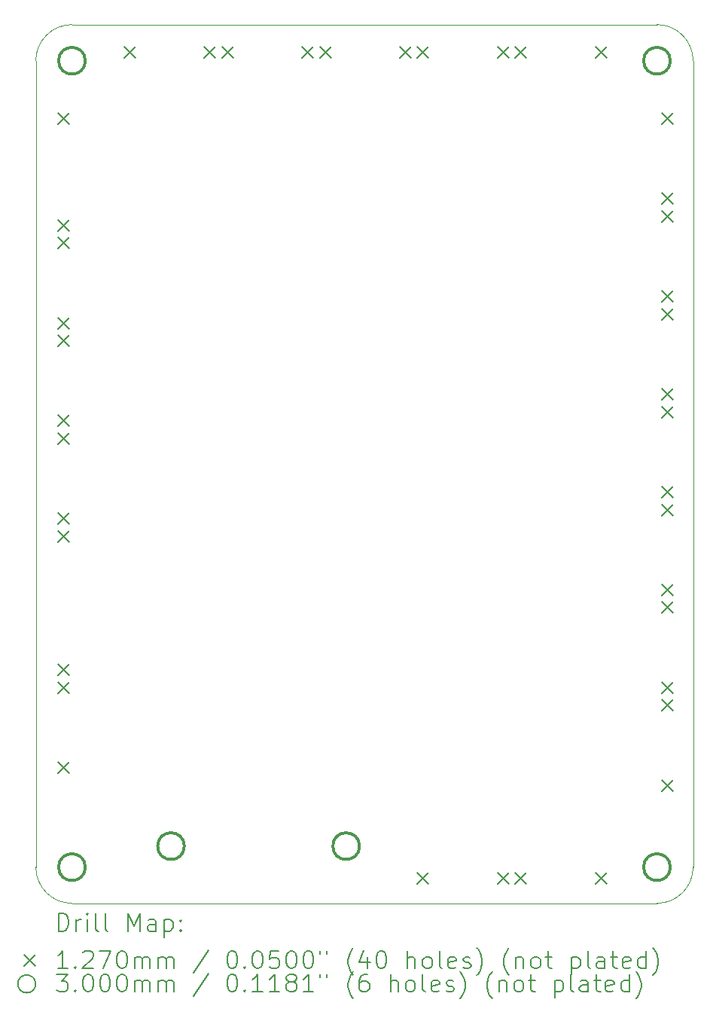
<source format=gbr>
%TF.GenerationSoftware,KiCad,Pcbnew,(6.0.7)*%
%TF.CreationDate,2023-02-02T11:52:13-06:00*%
%TF.ProjectId,Controls-LightingPCB,436f6e74-726f-46c7-932d-4c6967687469,rev?*%
%TF.SameCoordinates,Original*%
%TF.FileFunction,Drillmap*%
%TF.FilePolarity,Positive*%
%FSLAX45Y45*%
G04 Gerber Fmt 4.5, Leading zero omitted, Abs format (unit mm)*
G04 Created by KiCad (PCBNEW (6.0.7)) date 2023-02-02 11:52:13*
%MOMM*%
%LPD*%
G01*
G04 APERTURE LIST*
%ADD10C,0.050000*%
%ADD11C,0.200000*%
%ADD12C,0.127000*%
%ADD13C,0.300000*%
G04 APERTURE END LIST*
D10*
X18186400Y-4800600D02*
X18186400Y-13868400D01*
X10795000Y-13868400D02*
X10795000Y-4800600D01*
X17780000Y-14274800D02*
X11201400Y-14274800D01*
X18186400Y-4800600D02*
G75*
G03*
X17780000Y-4394200I-406400J0D01*
G01*
X11201400Y-4394200D02*
X17780000Y-4394200D01*
X17780000Y-14274800D02*
G75*
G03*
X18186400Y-13868400I0J406400D01*
G01*
X11201400Y-4394200D02*
G75*
G03*
X10795000Y-4800600I0J-406400D01*
G01*
X10795000Y-13868400D02*
G75*
G03*
X11201400Y-14274800I406400J0D01*
G01*
D11*
D12*
X11040500Y-5386500D02*
X11167500Y-5513500D01*
X11167500Y-5386500D02*
X11040500Y-5513500D01*
X11040500Y-6586500D02*
X11167500Y-6713500D01*
X11167500Y-6586500D02*
X11040500Y-6713500D01*
X11040500Y-6786500D02*
X11167500Y-6913500D01*
X11167500Y-6786500D02*
X11040500Y-6913500D01*
X11040500Y-7686500D02*
X11167500Y-7813500D01*
X11167500Y-7686500D02*
X11040500Y-7813500D01*
X11040500Y-7886500D02*
X11167500Y-8013500D01*
X11167500Y-7886500D02*
X11040500Y-8013500D01*
X11040500Y-8786500D02*
X11167500Y-8913500D01*
X11167500Y-8786500D02*
X11040500Y-8913500D01*
X11040500Y-8986500D02*
X11167500Y-9113500D01*
X11167500Y-8986500D02*
X11040500Y-9113500D01*
X11040500Y-9886500D02*
X11167500Y-10013500D01*
X11167500Y-9886500D02*
X11040500Y-10013500D01*
X11040500Y-10086500D02*
X11167500Y-10213500D01*
X11167500Y-10086500D02*
X11040500Y-10213500D01*
X11040500Y-11586500D02*
X11167500Y-11713500D01*
X11167500Y-11586500D02*
X11040500Y-11713500D01*
X11040500Y-11786500D02*
X11167500Y-11913500D01*
X11167500Y-11786500D02*
X11040500Y-11913500D01*
X11040500Y-12686500D02*
X11167500Y-12813500D01*
X11167500Y-12686500D02*
X11040500Y-12813500D01*
X11786500Y-4640500D02*
X11913500Y-4767500D01*
X11913500Y-4640500D02*
X11786500Y-4767500D01*
X12686500Y-4640500D02*
X12813500Y-4767500D01*
X12813500Y-4640500D02*
X12686500Y-4767500D01*
X12886500Y-4640500D02*
X13013500Y-4767500D01*
X13013500Y-4640500D02*
X12886500Y-4767500D01*
X13786500Y-4640500D02*
X13913500Y-4767500D01*
X13913500Y-4640500D02*
X13786500Y-4767500D01*
X13986500Y-4640500D02*
X14113500Y-4767500D01*
X14113500Y-4640500D02*
X13986500Y-4767500D01*
X14886500Y-4640500D02*
X15013500Y-4767500D01*
X15013500Y-4640500D02*
X14886500Y-4767500D01*
X15086500Y-4640500D02*
X15213500Y-4767500D01*
X15213500Y-4640500D02*
X15086500Y-4767500D01*
X15086500Y-13932500D02*
X15213500Y-14059500D01*
X15213500Y-13932500D02*
X15086500Y-14059500D01*
X15986500Y-4640500D02*
X16113500Y-4767500D01*
X16113500Y-4640500D02*
X15986500Y-4767500D01*
X15986500Y-13932500D02*
X16113500Y-14059500D01*
X16113500Y-13932500D02*
X15986500Y-14059500D01*
X16186500Y-4640500D02*
X16313500Y-4767500D01*
X16313500Y-4640500D02*
X16186500Y-4767500D01*
X16186500Y-13932500D02*
X16313500Y-14059500D01*
X16313500Y-13932500D02*
X16186500Y-14059500D01*
X17086500Y-4640500D02*
X17213500Y-4767500D01*
X17213500Y-4640500D02*
X17086500Y-4767500D01*
X17086500Y-13932500D02*
X17213500Y-14059500D01*
X17213500Y-13932500D02*
X17086500Y-14059500D01*
X17832500Y-5386500D02*
X17959500Y-5513500D01*
X17959500Y-5386500D02*
X17832500Y-5513500D01*
X17832500Y-6286500D02*
X17959500Y-6413500D01*
X17959500Y-6286500D02*
X17832500Y-6413500D01*
X17832500Y-6486500D02*
X17959500Y-6613500D01*
X17959500Y-6486500D02*
X17832500Y-6613500D01*
X17832500Y-7386500D02*
X17959500Y-7513500D01*
X17959500Y-7386500D02*
X17832500Y-7513500D01*
X17832500Y-7586500D02*
X17959500Y-7713500D01*
X17959500Y-7586500D02*
X17832500Y-7713500D01*
X17832500Y-8486500D02*
X17959500Y-8613500D01*
X17959500Y-8486500D02*
X17832500Y-8613500D01*
X17832500Y-8686500D02*
X17959500Y-8813500D01*
X17959500Y-8686500D02*
X17832500Y-8813500D01*
X17832500Y-9586500D02*
X17959500Y-9713500D01*
X17959500Y-9586500D02*
X17832500Y-9713500D01*
X17832500Y-9786500D02*
X17959500Y-9913500D01*
X17959500Y-9786500D02*
X17832500Y-9913500D01*
X17832500Y-10686500D02*
X17959500Y-10813500D01*
X17959500Y-10686500D02*
X17832500Y-10813500D01*
X17832500Y-10886500D02*
X17959500Y-11013500D01*
X17959500Y-10886500D02*
X17832500Y-11013500D01*
X17832500Y-11786500D02*
X17959500Y-11913500D01*
X17959500Y-11786500D02*
X17832500Y-11913500D01*
X17832500Y-11986500D02*
X17959500Y-12113500D01*
X17959500Y-11986500D02*
X17832500Y-12113500D01*
X17832500Y-12886500D02*
X17959500Y-13013500D01*
X17959500Y-12886500D02*
X17832500Y-13013500D01*
D13*
X11351400Y-4800600D02*
G75*
G03*
X11351400Y-4800600I-150000J0D01*
G01*
X11351400Y-13868400D02*
G75*
G03*
X11351400Y-13868400I-150000J0D01*
G01*
X12465000Y-13632000D02*
G75*
G03*
X12465000Y-13632000I-150000J0D01*
G01*
X14435000Y-13632000D02*
G75*
G03*
X14435000Y-13632000I-150000J0D01*
G01*
X17930000Y-4800600D02*
G75*
G03*
X17930000Y-4800600I-150000J0D01*
G01*
X17930000Y-13868400D02*
G75*
G03*
X17930000Y-13868400I-150000J0D01*
G01*
D11*
X11050119Y-14587776D02*
X11050119Y-14387776D01*
X11097738Y-14387776D01*
X11126310Y-14397300D01*
X11145357Y-14416348D01*
X11154881Y-14435395D01*
X11164405Y-14473490D01*
X11164405Y-14502062D01*
X11154881Y-14540157D01*
X11145357Y-14559205D01*
X11126310Y-14578252D01*
X11097738Y-14587776D01*
X11050119Y-14587776D01*
X11250119Y-14587776D02*
X11250119Y-14454443D01*
X11250119Y-14492538D02*
X11259643Y-14473490D01*
X11269167Y-14463967D01*
X11288214Y-14454443D01*
X11307262Y-14454443D01*
X11373928Y-14587776D02*
X11373928Y-14454443D01*
X11373928Y-14387776D02*
X11364405Y-14397300D01*
X11373928Y-14406824D01*
X11383452Y-14397300D01*
X11373928Y-14387776D01*
X11373928Y-14406824D01*
X11497738Y-14587776D02*
X11478690Y-14578252D01*
X11469167Y-14559205D01*
X11469167Y-14387776D01*
X11602500Y-14587776D02*
X11583452Y-14578252D01*
X11573928Y-14559205D01*
X11573928Y-14387776D01*
X11831071Y-14587776D02*
X11831071Y-14387776D01*
X11897738Y-14530633D01*
X11964405Y-14387776D01*
X11964405Y-14587776D01*
X12145357Y-14587776D02*
X12145357Y-14483014D01*
X12135833Y-14463967D01*
X12116786Y-14454443D01*
X12078690Y-14454443D01*
X12059643Y-14463967D01*
X12145357Y-14578252D02*
X12126309Y-14587776D01*
X12078690Y-14587776D01*
X12059643Y-14578252D01*
X12050119Y-14559205D01*
X12050119Y-14540157D01*
X12059643Y-14521109D01*
X12078690Y-14511586D01*
X12126309Y-14511586D01*
X12145357Y-14502062D01*
X12240595Y-14454443D02*
X12240595Y-14654443D01*
X12240595Y-14463967D02*
X12259643Y-14454443D01*
X12297738Y-14454443D01*
X12316786Y-14463967D01*
X12326309Y-14473490D01*
X12335833Y-14492538D01*
X12335833Y-14549681D01*
X12326309Y-14568728D01*
X12316786Y-14578252D01*
X12297738Y-14587776D01*
X12259643Y-14587776D01*
X12240595Y-14578252D01*
X12421548Y-14568728D02*
X12431071Y-14578252D01*
X12421548Y-14587776D01*
X12412024Y-14578252D01*
X12421548Y-14568728D01*
X12421548Y-14587776D01*
X12421548Y-14463967D02*
X12431071Y-14473490D01*
X12421548Y-14483014D01*
X12412024Y-14473490D01*
X12421548Y-14463967D01*
X12421548Y-14483014D01*
D12*
X10665500Y-14853800D02*
X10792500Y-14980800D01*
X10792500Y-14853800D02*
X10665500Y-14980800D01*
D11*
X11154881Y-15007776D02*
X11040595Y-15007776D01*
X11097738Y-15007776D02*
X11097738Y-14807776D01*
X11078690Y-14836348D01*
X11059643Y-14855395D01*
X11040595Y-14864919D01*
X11240595Y-14988728D02*
X11250119Y-14998252D01*
X11240595Y-15007776D01*
X11231071Y-14998252D01*
X11240595Y-14988728D01*
X11240595Y-15007776D01*
X11326309Y-14826824D02*
X11335833Y-14817300D01*
X11354881Y-14807776D01*
X11402500Y-14807776D01*
X11421548Y-14817300D01*
X11431071Y-14826824D01*
X11440595Y-14845871D01*
X11440595Y-14864919D01*
X11431071Y-14893490D01*
X11316786Y-15007776D01*
X11440595Y-15007776D01*
X11507262Y-14807776D02*
X11640595Y-14807776D01*
X11554881Y-15007776D01*
X11754881Y-14807776D02*
X11773928Y-14807776D01*
X11792976Y-14817300D01*
X11802500Y-14826824D01*
X11812024Y-14845871D01*
X11821548Y-14883967D01*
X11821548Y-14931586D01*
X11812024Y-14969681D01*
X11802500Y-14988728D01*
X11792976Y-14998252D01*
X11773928Y-15007776D01*
X11754881Y-15007776D01*
X11735833Y-14998252D01*
X11726309Y-14988728D01*
X11716786Y-14969681D01*
X11707262Y-14931586D01*
X11707262Y-14883967D01*
X11716786Y-14845871D01*
X11726309Y-14826824D01*
X11735833Y-14817300D01*
X11754881Y-14807776D01*
X11907262Y-15007776D02*
X11907262Y-14874443D01*
X11907262Y-14893490D02*
X11916786Y-14883967D01*
X11935833Y-14874443D01*
X11964405Y-14874443D01*
X11983452Y-14883967D01*
X11992976Y-14903014D01*
X11992976Y-15007776D01*
X11992976Y-14903014D02*
X12002500Y-14883967D01*
X12021548Y-14874443D01*
X12050119Y-14874443D01*
X12069167Y-14883967D01*
X12078690Y-14903014D01*
X12078690Y-15007776D01*
X12173928Y-15007776D02*
X12173928Y-14874443D01*
X12173928Y-14893490D02*
X12183452Y-14883967D01*
X12202500Y-14874443D01*
X12231071Y-14874443D01*
X12250119Y-14883967D01*
X12259643Y-14903014D01*
X12259643Y-15007776D01*
X12259643Y-14903014D02*
X12269167Y-14883967D01*
X12288214Y-14874443D01*
X12316786Y-14874443D01*
X12335833Y-14883967D01*
X12345357Y-14903014D01*
X12345357Y-15007776D01*
X12735833Y-14798252D02*
X12564405Y-15055395D01*
X12992976Y-14807776D02*
X13012024Y-14807776D01*
X13031071Y-14817300D01*
X13040595Y-14826824D01*
X13050119Y-14845871D01*
X13059643Y-14883967D01*
X13059643Y-14931586D01*
X13050119Y-14969681D01*
X13040595Y-14988728D01*
X13031071Y-14998252D01*
X13012024Y-15007776D01*
X12992976Y-15007776D01*
X12973928Y-14998252D01*
X12964405Y-14988728D01*
X12954881Y-14969681D01*
X12945357Y-14931586D01*
X12945357Y-14883967D01*
X12954881Y-14845871D01*
X12964405Y-14826824D01*
X12973928Y-14817300D01*
X12992976Y-14807776D01*
X13145357Y-14988728D02*
X13154881Y-14998252D01*
X13145357Y-15007776D01*
X13135833Y-14998252D01*
X13145357Y-14988728D01*
X13145357Y-15007776D01*
X13278690Y-14807776D02*
X13297738Y-14807776D01*
X13316786Y-14817300D01*
X13326309Y-14826824D01*
X13335833Y-14845871D01*
X13345357Y-14883967D01*
X13345357Y-14931586D01*
X13335833Y-14969681D01*
X13326309Y-14988728D01*
X13316786Y-14998252D01*
X13297738Y-15007776D01*
X13278690Y-15007776D01*
X13259643Y-14998252D01*
X13250119Y-14988728D01*
X13240595Y-14969681D01*
X13231071Y-14931586D01*
X13231071Y-14883967D01*
X13240595Y-14845871D01*
X13250119Y-14826824D01*
X13259643Y-14817300D01*
X13278690Y-14807776D01*
X13526309Y-14807776D02*
X13431071Y-14807776D01*
X13421548Y-14903014D01*
X13431071Y-14893490D01*
X13450119Y-14883967D01*
X13497738Y-14883967D01*
X13516786Y-14893490D01*
X13526309Y-14903014D01*
X13535833Y-14922062D01*
X13535833Y-14969681D01*
X13526309Y-14988728D01*
X13516786Y-14998252D01*
X13497738Y-15007776D01*
X13450119Y-15007776D01*
X13431071Y-14998252D01*
X13421548Y-14988728D01*
X13659643Y-14807776D02*
X13678690Y-14807776D01*
X13697738Y-14817300D01*
X13707262Y-14826824D01*
X13716786Y-14845871D01*
X13726309Y-14883967D01*
X13726309Y-14931586D01*
X13716786Y-14969681D01*
X13707262Y-14988728D01*
X13697738Y-14998252D01*
X13678690Y-15007776D01*
X13659643Y-15007776D01*
X13640595Y-14998252D01*
X13631071Y-14988728D01*
X13621548Y-14969681D01*
X13612024Y-14931586D01*
X13612024Y-14883967D01*
X13621548Y-14845871D01*
X13631071Y-14826824D01*
X13640595Y-14817300D01*
X13659643Y-14807776D01*
X13850119Y-14807776D02*
X13869167Y-14807776D01*
X13888214Y-14817300D01*
X13897738Y-14826824D01*
X13907262Y-14845871D01*
X13916786Y-14883967D01*
X13916786Y-14931586D01*
X13907262Y-14969681D01*
X13897738Y-14988728D01*
X13888214Y-14998252D01*
X13869167Y-15007776D01*
X13850119Y-15007776D01*
X13831071Y-14998252D01*
X13821548Y-14988728D01*
X13812024Y-14969681D01*
X13802500Y-14931586D01*
X13802500Y-14883967D01*
X13812024Y-14845871D01*
X13821548Y-14826824D01*
X13831071Y-14817300D01*
X13850119Y-14807776D01*
X13992976Y-14807776D02*
X13992976Y-14845871D01*
X14069167Y-14807776D02*
X14069167Y-14845871D01*
X14364405Y-15083967D02*
X14354881Y-15074443D01*
X14335833Y-15045871D01*
X14326309Y-15026824D01*
X14316786Y-14998252D01*
X14307262Y-14950633D01*
X14307262Y-14912538D01*
X14316786Y-14864919D01*
X14326309Y-14836348D01*
X14335833Y-14817300D01*
X14354881Y-14788728D01*
X14364405Y-14779205D01*
X14526309Y-14874443D02*
X14526309Y-15007776D01*
X14478690Y-14798252D02*
X14431071Y-14941109D01*
X14554881Y-14941109D01*
X14669167Y-14807776D02*
X14688214Y-14807776D01*
X14707262Y-14817300D01*
X14716786Y-14826824D01*
X14726309Y-14845871D01*
X14735833Y-14883967D01*
X14735833Y-14931586D01*
X14726309Y-14969681D01*
X14716786Y-14988728D01*
X14707262Y-14998252D01*
X14688214Y-15007776D01*
X14669167Y-15007776D01*
X14650119Y-14998252D01*
X14640595Y-14988728D01*
X14631071Y-14969681D01*
X14621548Y-14931586D01*
X14621548Y-14883967D01*
X14631071Y-14845871D01*
X14640595Y-14826824D01*
X14650119Y-14817300D01*
X14669167Y-14807776D01*
X14973928Y-15007776D02*
X14973928Y-14807776D01*
X15059643Y-15007776D02*
X15059643Y-14903014D01*
X15050119Y-14883967D01*
X15031071Y-14874443D01*
X15002500Y-14874443D01*
X14983452Y-14883967D01*
X14973928Y-14893490D01*
X15183452Y-15007776D02*
X15164405Y-14998252D01*
X15154881Y-14988728D01*
X15145357Y-14969681D01*
X15145357Y-14912538D01*
X15154881Y-14893490D01*
X15164405Y-14883967D01*
X15183452Y-14874443D01*
X15212024Y-14874443D01*
X15231071Y-14883967D01*
X15240595Y-14893490D01*
X15250119Y-14912538D01*
X15250119Y-14969681D01*
X15240595Y-14988728D01*
X15231071Y-14998252D01*
X15212024Y-15007776D01*
X15183452Y-15007776D01*
X15364405Y-15007776D02*
X15345357Y-14998252D01*
X15335833Y-14979205D01*
X15335833Y-14807776D01*
X15516786Y-14998252D02*
X15497738Y-15007776D01*
X15459643Y-15007776D01*
X15440595Y-14998252D01*
X15431071Y-14979205D01*
X15431071Y-14903014D01*
X15440595Y-14883967D01*
X15459643Y-14874443D01*
X15497738Y-14874443D01*
X15516786Y-14883967D01*
X15526309Y-14903014D01*
X15526309Y-14922062D01*
X15431071Y-14941109D01*
X15602500Y-14998252D02*
X15621548Y-15007776D01*
X15659643Y-15007776D01*
X15678690Y-14998252D01*
X15688214Y-14979205D01*
X15688214Y-14969681D01*
X15678690Y-14950633D01*
X15659643Y-14941109D01*
X15631071Y-14941109D01*
X15612024Y-14931586D01*
X15602500Y-14912538D01*
X15602500Y-14903014D01*
X15612024Y-14883967D01*
X15631071Y-14874443D01*
X15659643Y-14874443D01*
X15678690Y-14883967D01*
X15754881Y-15083967D02*
X15764405Y-15074443D01*
X15783452Y-15045871D01*
X15792976Y-15026824D01*
X15802500Y-14998252D01*
X15812024Y-14950633D01*
X15812024Y-14912538D01*
X15802500Y-14864919D01*
X15792976Y-14836348D01*
X15783452Y-14817300D01*
X15764405Y-14788728D01*
X15754881Y-14779205D01*
X16116786Y-15083967D02*
X16107262Y-15074443D01*
X16088214Y-15045871D01*
X16078690Y-15026824D01*
X16069167Y-14998252D01*
X16059643Y-14950633D01*
X16059643Y-14912538D01*
X16069167Y-14864919D01*
X16078690Y-14836348D01*
X16088214Y-14817300D01*
X16107262Y-14788728D01*
X16116786Y-14779205D01*
X16192976Y-14874443D02*
X16192976Y-15007776D01*
X16192976Y-14893490D02*
X16202500Y-14883967D01*
X16221548Y-14874443D01*
X16250119Y-14874443D01*
X16269167Y-14883967D01*
X16278690Y-14903014D01*
X16278690Y-15007776D01*
X16402500Y-15007776D02*
X16383452Y-14998252D01*
X16373928Y-14988728D01*
X16364405Y-14969681D01*
X16364405Y-14912538D01*
X16373928Y-14893490D01*
X16383452Y-14883967D01*
X16402500Y-14874443D01*
X16431071Y-14874443D01*
X16450119Y-14883967D01*
X16459643Y-14893490D01*
X16469167Y-14912538D01*
X16469167Y-14969681D01*
X16459643Y-14988728D01*
X16450119Y-14998252D01*
X16431071Y-15007776D01*
X16402500Y-15007776D01*
X16526309Y-14874443D02*
X16602500Y-14874443D01*
X16554881Y-14807776D02*
X16554881Y-14979205D01*
X16564405Y-14998252D01*
X16583452Y-15007776D01*
X16602500Y-15007776D01*
X16821548Y-14874443D02*
X16821548Y-15074443D01*
X16821548Y-14883967D02*
X16840595Y-14874443D01*
X16878690Y-14874443D01*
X16897738Y-14883967D01*
X16907262Y-14893490D01*
X16916786Y-14912538D01*
X16916786Y-14969681D01*
X16907262Y-14988728D01*
X16897738Y-14998252D01*
X16878690Y-15007776D01*
X16840595Y-15007776D01*
X16821548Y-14998252D01*
X17031071Y-15007776D02*
X17012024Y-14998252D01*
X17002500Y-14979205D01*
X17002500Y-14807776D01*
X17192976Y-15007776D02*
X17192976Y-14903014D01*
X17183452Y-14883967D01*
X17164405Y-14874443D01*
X17126310Y-14874443D01*
X17107262Y-14883967D01*
X17192976Y-14998252D02*
X17173929Y-15007776D01*
X17126310Y-15007776D01*
X17107262Y-14998252D01*
X17097738Y-14979205D01*
X17097738Y-14960157D01*
X17107262Y-14941109D01*
X17126310Y-14931586D01*
X17173929Y-14931586D01*
X17192976Y-14922062D01*
X17259643Y-14874443D02*
X17335833Y-14874443D01*
X17288214Y-14807776D02*
X17288214Y-14979205D01*
X17297738Y-14998252D01*
X17316786Y-15007776D01*
X17335833Y-15007776D01*
X17478690Y-14998252D02*
X17459643Y-15007776D01*
X17421548Y-15007776D01*
X17402500Y-14998252D01*
X17392976Y-14979205D01*
X17392976Y-14903014D01*
X17402500Y-14883967D01*
X17421548Y-14874443D01*
X17459643Y-14874443D01*
X17478690Y-14883967D01*
X17488214Y-14903014D01*
X17488214Y-14922062D01*
X17392976Y-14941109D01*
X17659643Y-15007776D02*
X17659643Y-14807776D01*
X17659643Y-14998252D02*
X17640595Y-15007776D01*
X17602500Y-15007776D01*
X17583452Y-14998252D01*
X17573929Y-14988728D01*
X17564405Y-14969681D01*
X17564405Y-14912538D01*
X17573929Y-14893490D01*
X17583452Y-14883967D01*
X17602500Y-14874443D01*
X17640595Y-14874443D01*
X17659643Y-14883967D01*
X17735833Y-15083967D02*
X17745357Y-15074443D01*
X17764405Y-15045871D01*
X17773929Y-15026824D01*
X17783452Y-14998252D01*
X17792976Y-14950633D01*
X17792976Y-14912538D01*
X17783452Y-14864919D01*
X17773929Y-14836348D01*
X17764405Y-14817300D01*
X17745357Y-14788728D01*
X17735833Y-14779205D01*
X10792500Y-15181300D02*
G75*
G03*
X10792500Y-15181300I-100000J0D01*
G01*
X11031071Y-15071776D02*
X11154881Y-15071776D01*
X11088214Y-15147967D01*
X11116786Y-15147967D01*
X11135833Y-15157490D01*
X11145357Y-15167014D01*
X11154881Y-15186062D01*
X11154881Y-15233681D01*
X11145357Y-15252728D01*
X11135833Y-15262252D01*
X11116786Y-15271776D01*
X11059643Y-15271776D01*
X11040595Y-15262252D01*
X11031071Y-15252728D01*
X11240595Y-15252728D02*
X11250119Y-15262252D01*
X11240595Y-15271776D01*
X11231071Y-15262252D01*
X11240595Y-15252728D01*
X11240595Y-15271776D01*
X11373928Y-15071776D02*
X11392976Y-15071776D01*
X11412024Y-15081300D01*
X11421548Y-15090824D01*
X11431071Y-15109871D01*
X11440595Y-15147967D01*
X11440595Y-15195586D01*
X11431071Y-15233681D01*
X11421548Y-15252728D01*
X11412024Y-15262252D01*
X11392976Y-15271776D01*
X11373928Y-15271776D01*
X11354881Y-15262252D01*
X11345357Y-15252728D01*
X11335833Y-15233681D01*
X11326309Y-15195586D01*
X11326309Y-15147967D01*
X11335833Y-15109871D01*
X11345357Y-15090824D01*
X11354881Y-15081300D01*
X11373928Y-15071776D01*
X11564405Y-15071776D02*
X11583452Y-15071776D01*
X11602500Y-15081300D01*
X11612024Y-15090824D01*
X11621548Y-15109871D01*
X11631071Y-15147967D01*
X11631071Y-15195586D01*
X11621548Y-15233681D01*
X11612024Y-15252728D01*
X11602500Y-15262252D01*
X11583452Y-15271776D01*
X11564405Y-15271776D01*
X11545357Y-15262252D01*
X11535833Y-15252728D01*
X11526309Y-15233681D01*
X11516786Y-15195586D01*
X11516786Y-15147967D01*
X11526309Y-15109871D01*
X11535833Y-15090824D01*
X11545357Y-15081300D01*
X11564405Y-15071776D01*
X11754881Y-15071776D02*
X11773928Y-15071776D01*
X11792976Y-15081300D01*
X11802500Y-15090824D01*
X11812024Y-15109871D01*
X11821548Y-15147967D01*
X11821548Y-15195586D01*
X11812024Y-15233681D01*
X11802500Y-15252728D01*
X11792976Y-15262252D01*
X11773928Y-15271776D01*
X11754881Y-15271776D01*
X11735833Y-15262252D01*
X11726309Y-15252728D01*
X11716786Y-15233681D01*
X11707262Y-15195586D01*
X11707262Y-15147967D01*
X11716786Y-15109871D01*
X11726309Y-15090824D01*
X11735833Y-15081300D01*
X11754881Y-15071776D01*
X11907262Y-15271776D02*
X11907262Y-15138443D01*
X11907262Y-15157490D02*
X11916786Y-15147967D01*
X11935833Y-15138443D01*
X11964405Y-15138443D01*
X11983452Y-15147967D01*
X11992976Y-15167014D01*
X11992976Y-15271776D01*
X11992976Y-15167014D02*
X12002500Y-15147967D01*
X12021548Y-15138443D01*
X12050119Y-15138443D01*
X12069167Y-15147967D01*
X12078690Y-15167014D01*
X12078690Y-15271776D01*
X12173928Y-15271776D02*
X12173928Y-15138443D01*
X12173928Y-15157490D02*
X12183452Y-15147967D01*
X12202500Y-15138443D01*
X12231071Y-15138443D01*
X12250119Y-15147967D01*
X12259643Y-15167014D01*
X12259643Y-15271776D01*
X12259643Y-15167014D02*
X12269167Y-15147967D01*
X12288214Y-15138443D01*
X12316786Y-15138443D01*
X12335833Y-15147967D01*
X12345357Y-15167014D01*
X12345357Y-15271776D01*
X12735833Y-15062252D02*
X12564405Y-15319395D01*
X12992976Y-15071776D02*
X13012024Y-15071776D01*
X13031071Y-15081300D01*
X13040595Y-15090824D01*
X13050119Y-15109871D01*
X13059643Y-15147967D01*
X13059643Y-15195586D01*
X13050119Y-15233681D01*
X13040595Y-15252728D01*
X13031071Y-15262252D01*
X13012024Y-15271776D01*
X12992976Y-15271776D01*
X12973928Y-15262252D01*
X12964405Y-15252728D01*
X12954881Y-15233681D01*
X12945357Y-15195586D01*
X12945357Y-15147967D01*
X12954881Y-15109871D01*
X12964405Y-15090824D01*
X12973928Y-15081300D01*
X12992976Y-15071776D01*
X13145357Y-15252728D02*
X13154881Y-15262252D01*
X13145357Y-15271776D01*
X13135833Y-15262252D01*
X13145357Y-15252728D01*
X13145357Y-15271776D01*
X13345357Y-15271776D02*
X13231071Y-15271776D01*
X13288214Y-15271776D02*
X13288214Y-15071776D01*
X13269167Y-15100348D01*
X13250119Y-15119395D01*
X13231071Y-15128919D01*
X13535833Y-15271776D02*
X13421548Y-15271776D01*
X13478690Y-15271776D02*
X13478690Y-15071776D01*
X13459643Y-15100348D01*
X13440595Y-15119395D01*
X13421548Y-15128919D01*
X13650119Y-15157490D02*
X13631071Y-15147967D01*
X13621548Y-15138443D01*
X13612024Y-15119395D01*
X13612024Y-15109871D01*
X13621548Y-15090824D01*
X13631071Y-15081300D01*
X13650119Y-15071776D01*
X13688214Y-15071776D01*
X13707262Y-15081300D01*
X13716786Y-15090824D01*
X13726309Y-15109871D01*
X13726309Y-15119395D01*
X13716786Y-15138443D01*
X13707262Y-15147967D01*
X13688214Y-15157490D01*
X13650119Y-15157490D01*
X13631071Y-15167014D01*
X13621548Y-15176538D01*
X13612024Y-15195586D01*
X13612024Y-15233681D01*
X13621548Y-15252728D01*
X13631071Y-15262252D01*
X13650119Y-15271776D01*
X13688214Y-15271776D01*
X13707262Y-15262252D01*
X13716786Y-15252728D01*
X13726309Y-15233681D01*
X13726309Y-15195586D01*
X13716786Y-15176538D01*
X13707262Y-15167014D01*
X13688214Y-15157490D01*
X13916786Y-15271776D02*
X13802500Y-15271776D01*
X13859643Y-15271776D02*
X13859643Y-15071776D01*
X13840595Y-15100348D01*
X13821548Y-15119395D01*
X13802500Y-15128919D01*
X13992976Y-15071776D02*
X13992976Y-15109871D01*
X14069167Y-15071776D02*
X14069167Y-15109871D01*
X14364405Y-15347967D02*
X14354881Y-15338443D01*
X14335833Y-15309871D01*
X14326309Y-15290824D01*
X14316786Y-15262252D01*
X14307262Y-15214633D01*
X14307262Y-15176538D01*
X14316786Y-15128919D01*
X14326309Y-15100348D01*
X14335833Y-15081300D01*
X14354881Y-15052728D01*
X14364405Y-15043205D01*
X14526309Y-15071776D02*
X14488214Y-15071776D01*
X14469167Y-15081300D01*
X14459643Y-15090824D01*
X14440595Y-15119395D01*
X14431071Y-15157490D01*
X14431071Y-15233681D01*
X14440595Y-15252728D01*
X14450119Y-15262252D01*
X14469167Y-15271776D01*
X14507262Y-15271776D01*
X14526309Y-15262252D01*
X14535833Y-15252728D01*
X14545357Y-15233681D01*
X14545357Y-15186062D01*
X14535833Y-15167014D01*
X14526309Y-15157490D01*
X14507262Y-15147967D01*
X14469167Y-15147967D01*
X14450119Y-15157490D01*
X14440595Y-15167014D01*
X14431071Y-15186062D01*
X14783452Y-15271776D02*
X14783452Y-15071776D01*
X14869167Y-15271776D02*
X14869167Y-15167014D01*
X14859643Y-15147967D01*
X14840595Y-15138443D01*
X14812024Y-15138443D01*
X14792976Y-15147967D01*
X14783452Y-15157490D01*
X14992976Y-15271776D02*
X14973928Y-15262252D01*
X14964405Y-15252728D01*
X14954881Y-15233681D01*
X14954881Y-15176538D01*
X14964405Y-15157490D01*
X14973928Y-15147967D01*
X14992976Y-15138443D01*
X15021548Y-15138443D01*
X15040595Y-15147967D01*
X15050119Y-15157490D01*
X15059643Y-15176538D01*
X15059643Y-15233681D01*
X15050119Y-15252728D01*
X15040595Y-15262252D01*
X15021548Y-15271776D01*
X14992976Y-15271776D01*
X15173928Y-15271776D02*
X15154881Y-15262252D01*
X15145357Y-15243205D01*
X15145357Y-15071776D01*
X15326309Y-15262252D02*
X15307262Y-15271776D01*
X15269167Y-15271776D01*
X15250119Y-15262252D01*
X15240595Y-15243205D01*
X15240595Y-15167014D01*
X15250119Y-15147967D01*
X15269167Y-15138443D01*
X15307262Y-15138443D01*
X15326309Y-15147967D01*
X15335833Y-15167014D01*
X15335833Y-15186062D01*
X15240595Y-15205109D01*
X15412024Y-15262252D02*
X15431071Y-15271776D01*
X15469167Y-15271776D01*
X15488214Y-15262252D01*
X15497738Y-15243205D01*
X15497738Y-15233681D01*
X15488214Y-15214633D01*
X15469167Y-15205109D01*
X15440595Y-15205109D01*
X15421548Y-15195586D01*
X15412024Y-15176538D01*
X15412024Y-15167014D01*
X15421548Y-15147967D01*
X15440595Y-15138443D01*
X15469167Y-15138443D01*
X15488214Y-15147967D01*
X15564405Y-15347967D02*
X15573928Y-15338443D01*
X15592976Y-15309871D01*
X15602500Y-15290824D01*
X15612024Y-15262252D01*
X15621548Y-15214633D01*
X15621548Y-15176538D01*
X15612024Y-15128919D01*
X15602500Y-15100348D01*
X15592976Y-15081300D01*
X15573928Y-15052728D01*
X15564405Y-15043205D01*
X15926309Y-15347967D02*
X15916786Y-15338443D01*
X15897738Y-15309871D01*
X15888214Y-15290824D01*
X15878690Y-15262252D01*
X15869167Y-15214633D01*
X15869167Y-15176538D01*
X15878690Y-15128919D01*
X15888214Y-15100348D01*
X15897738Y-15081300D01*
X15916786Y-15052728D01*
X15926309Y-15043205D01*
X16002500Y-15138443D02*
X16002500Y-15271776D01*
X16002500Y-15157490D02*
X16012024Y-15147967D01*
X16031071Y-15138443D01*
X16059643Y-15138443D01*
X16078690Y-15147967D01*
X16088214Y-15167014D01*
X16088214Y-15271776D01*
X16212024Y-15271776D02*
X16192976Y-15262252D01*
X16183452Y-15252728D01*
X16173928Y-15233681D01*
X16173928Y-15176538D01*
X16183452Y-15157490D01*
X16192976Y-15147967D01*
X16212024Y-15138443D01*
X16240595Y-15138443D01*
X16259643Y-15147967D01*
X16269167Y-15157490D01*
X16278690Y-15176538D01*
X16278690Y-15233681D01*
X16269167Y-15252728D01*
X16259643Y-15262252D01*
X16240595Y-15271776D01*
X16212024Y-15271776D01*
X16335833Y-15138443D02*
X16412024Y-15138443D01*
X16364405Y-15071776D02*
X16364405Y-15243205D01*
X16373928Y-15262252D01*
X16392976Y-15271776D01*
X16412024Y-15271776D01*
X16631071Y-15138443D02*
X16631071Y-15338443D01*
X16631071Y-15147967D02*
X16650119Y-15138443D01*
X16688214Y-15138443D01*
X16707262Y-15147967D01*
X16716786Y-15157490D01*
X16726309Y-15176538D01*
X16726309Y-15233681D01*
X16716786Y-15252728D01*
X16707262Y-15262252D01*
X16688214Y-15271776D01*
X16650119Y-15271776D01*
X16631071Y-15262252D01*
X16840595Y-15271776D02*
X16821548Y-15262252D01*
X16812024Y-15243205D01*
X16812024Y-15071776D01*
X17002500Y-15271776D02*
X17002500Y-15167014D01*
X16992976Y-15147967D01*
X16973929Y-15138443D01*
X16935833Y-15138443D01*
X16916786Y-15147967D01*
X17002500Y-15262252D02*
X16983452Y-15271776D01*
X16935833Y-15271776D01*
X16916786Y-15262252D01*
X16907262Y-15243205D01*
X16907262Y-15224157D01*
X16916786Y-15205109D01*
X16935833Y-15195586D01*
X16983452Y-15195586D01*
X17002500Y-15186062D01*
X17069167Y-15138443D02*
X17145357Y-15138443D01*
X17097738Y-15071776D02*
X17097738Y-15243205D01*
X17107262Y-15262252D01*
X17126310Y-15271776D01*
X17145357Y-15271776D01*
X17288214Y-15262252D02*
X17269167Y-15271776D01*
X17231071Y-15271776D01*
X17212024Y-15262252D01*
X17202500Y-15243205D01*
X17202500Y-15167014D01*
X17212024Y-15147967D01*
X17231071Y-15138443D01*
X17269167Y-15138443D01*
X17288214Y-15147967D01*
X17297738Y-15167014D01*
X17297738Y-15186062D01*
X17202500Y-15205109D01*
X17469167Y-15271776D02*
X17469167Y-15071776D01*
X17469167Y-15262252D02*
X17450119Y-15271776D01*
X17412024Y-15271776D01*
X17392976Y-15262252D01*
X17383452Y-15252728D01*
X17373929Y-15233681D01*
X17373929Y-15176538D01*
X17383452Y-15157490D01*
X17392976Y-15147967D01*
X17412024Y-15138443D01*
X17450119Y-15138443D01*
X17469167Y-15147967D01*
X17545357Y-15347967D02*
X17554881Y-15338443D01*
X17573929Y-15309871D01*
X17583452Y-15290824D01*
X17592976Y-15262252D01*
X17602500Y-15214633D01*
X17602500Y-15176538D01*
X17592976Y-15128919D01*
X17583452Y-15100348D01*
X17573929Y-15081300D01*
X17554881Y-15052728D01*
X17545357Y-15043205D01*
M02*

</source>
